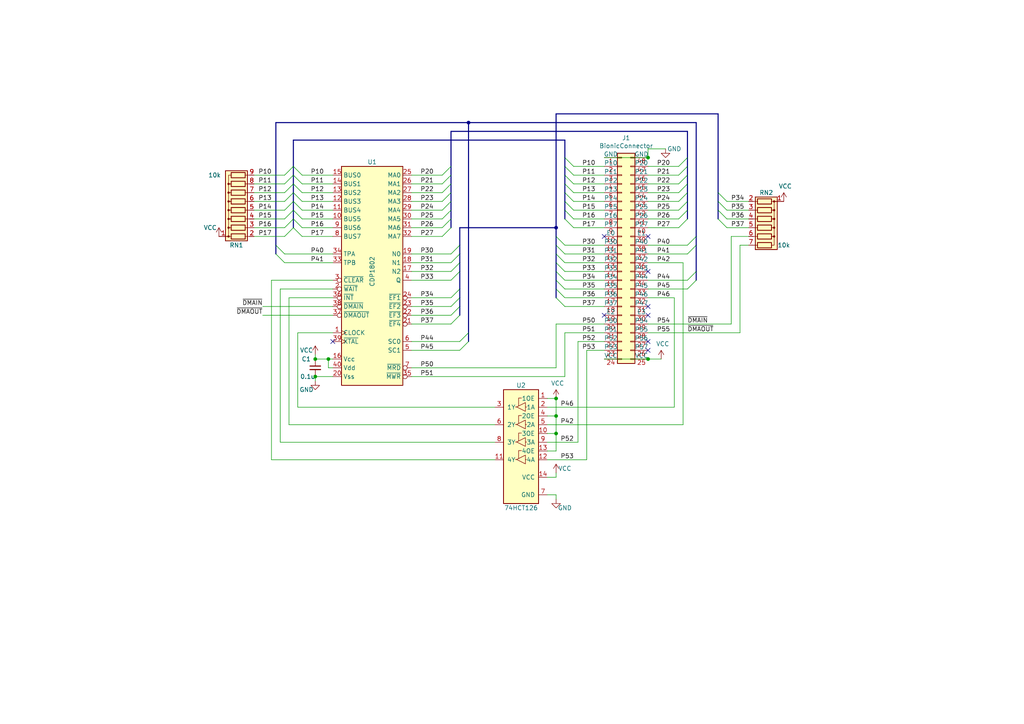
<source format=kicad_sch>
(kicad_sch (version 20211123) (generator eeschema)
  (paper "A4")
  (title_block (title "BionicCDP1802 Mezzanine") (date "2022-01-18") (rev "3") (company "Tadashi G. Takaoka"))
  (lib_symbols
    (symbol "0-LocalLibrary:74HCT126" (pin_names (offset 1.016))
      (property "Reference" "U" (at 0 16.51 0))
      (property "Value" "74HCT126" (at 0 -19.05 0))
      (symbol "74HCT126_0_1"
        (polyline (pts (xy -1.2954 10.2108) (xy -1.6002 10.2108)))
        (polyline (pts (xy 1.2954 10.2362) (xy 1.651 10.2362)))
        (polyline (pts (xy 0.7112 10.5664) (xy 0.7112 12.827) (xy -0.127 12.827) (xy -0.1016 12.827)))
      )
      (symbol "74HCT126_1_0"
        (polyline (pts (xy 1.27 10.2362) (xy -1.27 11.5062) (xy -1.27 8.9662) (xy 1.27 10.2362)) (stroke (width 0.1524)))
        (pin input line (at -7.62 12.7 0) (length 2.54) (name "1OE") (number "1"))
        (pin input line (at -7.62 2.54 0) (length 2.54) (name "3OE") (number "10"))
        (pin tri_state line (at 7.62 -5.08 180) (length 2.54) (name "4Y") (number "11"))
        (pin input line (at -7.62 -5.08 0) (length 2.54) (name "4A") (number "12"))
        (pin input line (at -7.62 -2.54 0) (length 2.54) (name "4OE") (number "13"))
        (pin power_in line (at -7.62 -10.16 0) (length 2.54) (name "VCC") (number "14"))
        (pin input line (at -7.62 10.16 0) (length 2.54) (name "1A") (number "2"))
        (pin tri_state line (at 7.62 10.16 180) (length 2.54) (name "1Y") (number "3"))
        (pin input line (at -7.62 7.62 0) (length 2.54) (name "2OE") (number "4"))
        (pin input line (at -7.62 5.08 0) (length 2.54) (name "2A") (number "5"))
        (pin tri_state line (at 7.62 5.08 180) (length 2.54) (name "2Y") (number "6"))
        (pin power_in line (at -7.62 -15.24 0) (length 2.54) (name "GND") (number "7"))
        (pin tri_state line (at 7.62 0 180) (length 2.54) (name "3Y") (number "8"))
        (pin input line (at -7.62 0 0) (length 2.54) (name "3A") (number "9"))
      )
      (symbol "74HCT126_1_1"
        (rectangle (start -5.08 15.24) (end 5.08 -17.78) (stroke (width 0.254)) (fill (type background)))
        (polyline (pts (xy -1.2954 -5.0292) (xy -1.6002 -5.0292)))
        (polyline (pts (xy -1.2954 0.0508) (xy -1.6002 0.0508)))
        (polyline (pts (xy -1.2954 5.1308) (xy -1.6002 5.1308)))
        (polyline (pts (xy 1.2954 -5.0038) (xy 1.651 -5.0038)))
        (polyline (pts (xy 1.2954 0.0762) (xy 1.651 0.0762)))
        (polyline (pts (xy 1.2954 5.1562) (xy 1.651 5.1562)))
        (polyline (pts (xy 0.7112 -4.6736) (xy 0.7112 -2.413) (xy -0.127 -2.413) (xy -0.1016 -2.413)))
        (polyline (pts (xy 0.7112 0.4064) (xy 0.7112 2.667) (xy -0.127 2.667) (xy -0.1016 2.667)))
        (polyline (pts (xy 0.7112 5.4864) (xy 0.7112 7.747) (xy -0.127 7.747) (xy -0.1016 7.747)))
        (polyline (pts (xy 1.27 -5.0038) (xy -1.27 -3.7338) (xy -1.27 -6.2738) (xy 1.27 -5.0038)) (stroke (width 0.1524)))
        (polyline (pts (xy 1.27 0.0762) (xy -1.27 1.3462) (xy -1.27 -1.1938) (xy 1.27 0.0762)) (stroke (width 0.1524)))
        (polyline (pts (xy 1.27 5.1562) (xy -1.27 6.4262) (xy -1.27 3.8862) (xy 1.27 5.1562)) (stroke (width 0.1524)))
      )
    )
    (symbol "0-LocalLibrary:BionicConnector" (pin_names (offset 0))
      (property "Reference" "J" (at 1.27 30.48 0))
      (property "Value" "BionicConnector" (at 3.81 33.02 0))
      (symbol "BionicConnector_1_1"
        (rectangle (start -1.27 -30.353) (end 0 -30.607) (stroke (width 0.1524)))
        (rectangle (start -1.27 -27.813) (end 0 -28.067) (stroke (width 0.1524)))
        (rectangle (start -1.27 -25.273) (end 0 -25.527) (stroke (width 0.1524)))
        (rectangle (start -1.27 -22.733) (end 0 -22.987) (stroke (width 0.1524)))
        (rectangle (start -1.27 -20.193) (end 0 -20.447) (stroke (width 0.1524)))
        (rectangle (start -1.27 -17.653) (end 0 -17.907) (stroke (width 0.1524)))
        (rectangle (start -1.27 -15.113) (end 0 -15.367) (stroke (width 0.1524)))
        (rectangle (start -1.27 -12.573) (end 0 -12.827) (stroke (width 0.1524)))
        (rectangle (start -1.27 -10.033) (end 0 -10.287) (stroke (width 0.1524)))
        (rectangle (start -1.27 -7.493) (end 0 -7.747) (stroke (width 0.1524)))
        (rectangle (start -1.27 -4.953) (end 0 -5.207) (stroke (width 0.1524)))
        (rectangle (start -1.27 -2.413) (end 0 -2.667) (stroke (width 0.1524)))
        (rectangle (start -1.27 0.127) (end 0 -0.127) (stroke (width 0.1524)))
        (rectangle (start -1.27 2.667) (end 0 2.413) (stroke (width 0.1524)))
        (rectangle (start -1.27 5.207) (end 0 4.953) (stroke (width 0.1524)))
        (rectangle (start -1.27 7.747) (end 0 7.493) (stroke (width 0.1524)))
        (rectangle (start -1.27 10.287) (end 0 10.033) (stroke (width 0.1524)))
        (rectangle (start -1.27 12.827) (end 0 12.573) (stroke (width 0.1524)))
        (rectangle (start -1.27 15.367) (end 0 15.113) (stroke (width 0.1524)))
        (rectangle (start -1.27 17.907) (end 0 17.653) (stroke (width 0.1524)))
        (rectangle (start -1.27 20.447) (end 0 20.193) (stroke (width 0.1524)))
        (rectangle (start -1.27 22.987) (end 0 22.733) (stroke (width 0.1524)))
        (rectangle (start -1.27 25.527) (end 0 25.273) (stroke (width 0.1524)))
        (rectangle (start -1.27 28.067) (end 0 27.813) (stroke (width 0.1524)))
        (rectangle (start -1.27 29.21) (end 3.81 -31.75) (stroke (width 0.254)) (fill (type background)))
        (rectangle (start 3.81 -30.353) (end 2.54 -30.607) (stroke (width 0.1524)))
        (rectangle (start 3.81 -27.813) (end 2.54 -28.067) (stroke (width 0.1524)))
        (rectangle (start 3.81 -25.273) (end 2.54 -25.527) (stroke (width 0.1524)))
        (rectangle (start 3.81 -22.733) (end 2.54 -22.987) (stroke (width 0.1524)))
        (rectangle (start 3.81 -20.193) (end 2.54 -20.447) (stroke (width 0.1524)))
        (rectangle (start 3.81 -17.653) (end 2.54 -17.907) (stroke (width 0.1524)))
        (rectangle (start 3.81 -15.113) (end 2.54 -15.367) (stroke (width 0.1524)))
        (rectangle (start 3.81 -12.573) (end 2.54 -12.827) (stroke (width 0.1524)))
        (rectangle (start 3.81 -10.033) (end 2.54 -10.287) (stroke (width 0.1524)))
        (rectangle (start 3.81 -7.493) (end 2.54 -7.747) (stroke (width 0.1524)))
        (rectangle (start 3.81 -4.953) (end 2.54 -5.207) (stroke (width 0.1524)))
        (rectangle (start 3.81 -2.413) (end 2.54 -2.667) (stroke (width 0.1524)))
        (rectangle (start 3.81 0.127) (end 2.54 -0.127) (stroke (width 0.1524)))
        (rectangle (start 3.81 2.667) (end 2.54 2.413) (stroke (width 0.1524)))
        (rectangle (start 3.81 5.207) (end 2.54 4.953) (stroke (width 0.1524)))
        (rectangle (start 3.81 7.747) (end 2.54 7.493) (stroke (width 0.1524)))
        (rectangle (start 3.81 10.287) (end 2.54 10.033) (stroke (width 0.1524)))
        (rectangle (start 3.81 12.827) (end 2.54 12.573) (stroke (width 0.1524)))
        (rectangle (start 3.81 15.367) (end 2.54 15.113) (stroke (width 0.1524)))
        (rectangle (start 3.81 17.907) (end 2.54 17.653) (stroke (width 0.1524)))
        (rectangle (start 3.81 20.447) (end 2.54 20.193) (stroke (width 0.1524)))
        (rectangle (start 3.81 22.987) (end 2.54 22.733) (stroke (width 0.1524)))
        (rectangle (start 3.81 25.527) (end 2.54 25.273) (stroke (width 0.1524)))
        (rectangle (start 3.81 28.067) (end 2.54 27.813) (stroke (width 0.1524)))
        (pin power_out line (at -5.08 27.94 0) (length 3.81) (name "GND") (number "1"))
        (pin bidirectional line (at -5.08 5.08 0) (length 3.81) (name "E0") (number "10"))
        (pin bidirectional line (at -5.08 2.54 0) (length 3.81) (name "P30") (number "11"))
        (pin bidirectional line (at -5.08 0 0) (length 3.81) (name "P31") (number "12"))
        (pin bidirectional line (at -5.08 -2.54 0) (length 3.81) (name "P32") (number "13"))
        (pin bidirectional line (at -5.08 -5.08 0) (length 3.81) (name "P33") (number "14"))
        (pin bidirectional line (at -5.08 -7.62 0) (length 3.81) (name "P34") (number "15"))
        (pin bidirectional line (at -5.08 -10.16 0) (length 3.81) (name "P35") (number "16"))
        (pin bidirectional line (at -5.08 -12.7 0) (length 3.81) (name "P36") (number "17"))
        (pin bidirectional line (at -5.08 -15.24 0) (length 3.81) (name "P37") (number "18"))
        (pin bidirectional line (at -5.08 -17.78 0) (length 3.81) (name "E2") (number "19"))
        (pin bidirectional line (at -5.08 25.4 0) (length 3.81) (name "P10") (number "2"))
        (pin bidirectional line (at -5.08 -20.32 0) (length 3.81) (name "P50") (number "20"))
        (pin bidirectional line (at -5.08 -22.86 0) (length 3.81) (name "P51") (number "21"))
        (pin bidirectional line (at -5.08 -25.4 0) (length 3.81) (name "P52") (number "22"))
        (pin bidirectional line (at -5.08 -27.94 0) (length 3.81) (name "P53") (number "23"))
        (pin power_out line (at -5.08 -30.48 0) (length 3.81) (name "VCC") (number "24"))
        (pin power_in line (at 7.62 -30.48 180) (length 3.81) (name "VCC") (number "25"))
        (pin bidirectional line (at 7.62 -27.94 180) (length 3.81) (name "P57") (number "26"))
        (pin bidirectional line (at 7.62 -25.4 180) (length 3.81) (name "P56") (number "27"))
        (pin bidirectional line (at 7.62 -22.86 180) (length 3.81) (name "P55") (number "28"))
        (pin bidirectional line (at 7.62 -20.32 180) (length 3.81) (name "P54") (number "29"))
        (pin bidirectional line (at -5.08 22.86 0) (length 3.81) (name "P11") (number "3"))
        (pin bidirectional line (at 7.62 -17.78 180) (length 3.81) (name "E3") (number "30"))
        (pin bidirectional line (at 7.62 -15.24 180) (length 3.81) (name "P47") (number "31"))
        (pin bidirectional line (at 7.62 -12.7 180) (length 3.81) (name "P46") (number "32"))
        (pin bidirectional line (at 7.62 -10.16 180) (length 3.81) (name "P45") (number "33"))
        (pin bidirectional line (at 7.62 -7.62 180) (length 3.81) (name "P44") (number "34"))
        (pin bidirectional line (at 7.62 -5.08 180) (length 3.81) (name "P43") (number "35"))
        (pin bidirectional line (at 7.62 -2.54 180) (length 3.81) (name "P42") (number "36"))
        (pin bidirectional line (at 7.62 0 180) (length 3.81) (name "P41") (number "37"))
        (pin bidirectional line (at 7.62 2.54 180) (length 3.81) (name "P40") (number "38"))
        (pin bidirectional line (at 7.62 5.08 180) (length 3.81) (name "E1") (number "39"))
        (pin bidirectional line (at -5.08 20.32 0) (length 3.81) (name "P12") (number "4"))
        (pin bidirectional line (at 7.62 7.62 180) (length 3.81) (name "P27") (number "40"))
        (pin bidirectional line (at 7.62 10.16 180) (length 3.81) (name "P26") (number "41"))
        (pin bidirectional line (at 7.62 12.7 180) (length 3.81) (name "P25") (number "42"))
        (pin bidirectional line (at 7.62 15.24 180) (length 3.81) (name "P24") (number "43"))
        (pin bidirectional line (at 7.62 17.78 180) (length 3.81) (name "P23") (number "44"))
        (pin bidirectional line (at 7.62 20.32 180) (length 3.81) (name "P22") (number "45"))
        (pin bidirectional line (at 7.62 22.86 180) (length 3.81) (name "P21") (number "46"))
        (pin bidirectional line (at 7.62 25.4 180) (length 3.81) (name "P20") (number "47"))
        (pin power_in line (at 7.62 27.94 180) (length 3.81) (name "GND") (number "48"))
        (pin bidirectional line (at -5.08 17.78 0) (length 3.81) (name "P13") (number "5"))
        (pin bidirectional line (at -5.08 15.24 0) (length 3.81) (name "P14") (number "6"))
        (pin bidirectional line (at -5.08 12.7 0) (length 3.81) (name "P15") (number "7"))
        (pin bidirectional line (at -5.08 10.16 0) (length 3.81) (name "P16") (number "8"))
        (pin bidirectional line (at -5.08 7.62 0) (length 3.81) (name "P17") (number "9"))
      )
    )
    (symbol "0-LocalLibrary:CDP1802"
      (property "Reference" "U" (at -1.27 31.75 0))
      (property "Value" "CDP1802" (at 0 -3.81 90))
      (symbol "CDP1802_0_0"
        (pin input clock (at -11.43 -17.78 0) (length 2.54) (name "CLOCK") (number "1"))
        (pin input inverted (at -11.43 -2.54 0) (length 2.54) (name "~{CLEAR}") (number "3"))
        (pin output inverted (at 11.43 -30.48 180) (length 2.54) (name "~{MWR}") (number "35"))
      )
      (symbol "CDP1802_0_1"
        (rectangle (start -8.89 -33.02) (end 8.89 30.48) (stroke (width 0.254)) (fill (type background)))
      )
      (symbol "CDP1802_1_1"
        (pin bidirectional line (at -11.43 15.24 0) (length 2.54) (name "BUS5") (number "10"))
        (pin bidirectional line (at -11.43 17.78 0) (length 2.54) (name "BUS4") (number "11"))
        (pin bidirectional line (at -11.43 20.32 0) (length 2.54) (name "BUS3") (number "12"))
        (pin bidirectional line (at -11.43 22.86 0) (length 2.54) (name "BUS2") (number "13"))
        (pin bidirectional line (at -11.43 25.4 0) (length 2.54) (name "BUS1") (number "14"))
        (pin bidirectional line (at -11.43 27.94 0) (length 2.54) (name "BUS0") (number "15"))
        (pin power_in line (at -11.43 -25.4 0) (length 2.54) (name "Vcc") (number "16"))
        (pin output line (at 11.43 0 180) (length 2.54) (name "N2") (number "17"))
        (pin output line (at 11.43 2.54 180) (length 2.54) (name "N1") (number "18"))
        (pin output line (at 11.43 5.08 180) (length 2.54) (name "N0") (number "19"))
        (pin input inverted (at -11.43 -5.08 0) (length 2.54) (name "~{WAIT}") (number "2"))
        (pin power_in line (at -11.43 -30.48 0) (length 2.54) (name "Vss") (number "20"))
        (pin input inverted (at 11.43 -15.24 180) (length 2.54) (name "~{EF4}") (number "21"))
        (pin input inverted (at 11.43 -12.7 180) (length 2.54) (name "~{EF3}") (number "22"))
        (pin input inverted (at 11.43 -10.16 180) (length 2.54) (name "~{EF2}") (number "23"))
        (pin input inverted (at 11.43 -7.62 180) (length 2.54) (name "~{EF1}") (number "24"))
        (pin output line (at 11.43 27.94 180) (length 2.54) (name "MA0") (number "25"))
        (pin output line (at 11.43 25.4 180) (length 2.54) (name "MA1") (number "26"))
        (pin output line (at 11.43 22.86 180) (length 2.54) (name "MA2") (number "27"))
        (pin output line (at 11.43 20.32 180) (length 2.54) (name "MA3") (number "28"))
        (pin output line (at 11.43 17.78 180) (length 2.54) (name "MA4") (number "29"))
        (pin output line (at 11.43 15.24 180) (length 2.54) (name "MA5") (number "30"))
        (pin output line (at 11.43 12.7 180) (length 2.54) (name "MA6") (number "31"))
        (pin output line (at 11.43 10.16 180) (length 2.54) (name "MA7") (number "32"))
        (pin output line (at -11.43 2.54 0) (length 2.54) (name "TPB") (number "33"))
        (pin output line (at -11.43 5.08 0) (length 2.54) (name "TPA") (number "34"))
        (pin input inverted (at -11.43 -7.62 0) (length 2.54) (name "~{INT}") (number "36"))
        (pin input inverted (at -11.43 -12.7 0) (length 2.54) (name "~{DMAOUT}") (number "37"))
        (pin input inverted (at -11.43 -10.16 0) (length 2.54) (name "~{DMAIN}") (number "38"))
        (pin output clock (at -11.43 -20.32 0) (length 2.54) (name "~{XTAL}") (number "39"))
        (pin output line (at 11.43 -2.54 180) (length 2.54) (name "Q") (number "4"))
        (pin power_in line (at -11.43 -27.94 0) (length 2.54) (name "Vdd") (number "40"))
        (pin output line (at 11.43 -22.86 180) (length 2.54) (name "SC1") (number "5"))
        (pin output line (at 11.43 -20.32 180) (length 2.54) (name "SC0") (number "6"))
        (pin output inverted (at 11.43 -27.94 180) (length 2.54) (name "~{MRD}") (number "7"))
        (pin bidirectional line (at -11.43 10.16 0) (length 2.54) (name "BUS7") (number "8"))
        (pin bidirectional line (at -11.43 12.7 0) (length 2.54) (name "BUS6") (number "9"))
      )
    )
    (symbol "Device:C_Small" (pin_numbers hide) (pin_names (offset 0.254) hide)
      (property "Reference" "C" (at 0.254 1.778 0))
      (property "Value" "C_Small" (at 0.254 -2.032 0))
      (symbol "C_Small_0_1"
        (polyline (pts (xy -1.524 -0.508) (xy 1.524 -0.508)) (stroke (width 0.3302)))
        (polyline (pts (xy -1.524 0.508) (xy 1.524 0.508)) (stroke (width 0.3048)))
      )
      (symbol "C_Small_1_1"
        (pin passive line (at 0 2.54 270) (length 2.032) (name "~") (number "1"))
        (pin passive line (at 0 -2.54 90) (length 2.032) (name "~") (number "2"))
      )
    )
    (symbol "Device:R_Network06" (pin_names (offset 0) hide)
      (property "Reference" "RN" (at -10.16 0 90))
      (property "Value" "R_Network06" (at 7.62 0 90))
      (symbol "R_Network06_0_1"
        (rectangle (start -8.89 -3.175) (end 6.35 3.175) (stroke (width 0.254)) (fill (type background)))
        (rectangle (start -8.382 1.524) (end -6.858 -2.54) (stroke (width 0.254)))
        (circle (center -7.62 2.286) (radius 0.254) (fill (type outline)))
        (rectangle (start -5.842 1.524) (end -4.318 -2.54) (stroke (width 0.254)))
        (circle (center -5.08 2.286) (radius 0.254) (fill (type outline)))
        (rectangle (start -3.302 1.524) (end -1.778 -2.54) (stroke (width 0.254)))
        (circle (center -2.54 2.286) (radius 0.254) (fill (type outline)))
        (rectangle (start -0.762 1.524) (end 0.762 -2.54) (stroke (width 0.254)))
        (polyline (pts (xy -7.62 -2.54) (xy -7.62 -3.81)))
        (polyline (pts (xy -5.08 -2.54) (xy -5.08 -3.81)))
        (polyline (pts (xy -2.54 -2.54) (xy -2.54 -3.81)))
        (polyline (pts (xy 0 -2.54) (xy 0 -3.81)))
        (polyline (pts (xy 2.54 -2.54) (xy 2.54 -3.81)))
        (polyline (pts (xy 5.08 -2.54) (xy 5.08 -3.81)))
        (polyline (pts (xy -7.62 1.524) (xy -7.62 2.286) (xy -5.08 2.286) (xy -5.08 1.524)))
        (polyline (pts (xy -5.08 1.524) (xy -5.08 2.286) (xy -2.54 2.286) (xy -2.54 1.524)))
        (polyline (pts (xy -2.54 1.524) (xy -2.54 2.286) (xy 0 2.286) (xy 0 1.524)))
        (polyline (pts (xy 0 1.524) (xy 0 2.286) (xy 2.54 2.286) (xy 2.54 1.524)))
        (polyline (pts (xy 2.54 1.524) (xy 2.54 2.286) (xy 5.08 2.286) (xy 5.08 1.524)))
        (circle (center 0 2.286) (radius 0.254) (fill (type outline)))
        (rectangle (start 1.778 1.524) (end 3.302 -2.54) (stroke (width 0.254)))
        (circle (center 2.54 2.286) (radius 0.254) (fill (type outline)))
        (rectangle (start 4.318 1.524) (end 5.842 -2.54) (stroke (width 0.254)))
      )
      (symbol "R_Network06_1_1"
        (pin passive line (at -7.62 5.08 270) (length 2.54) (name "common") (number "1"))
        (pin passive line (at -7.62 -5.08 90) (length 1.27) (name "R1") (number "2"))
        (pin passive line (at -5.08 -5.08 90) (length 1.27) (name "R2") (number "3"))
        (pin passive line (at -2.54 -5.08 90) (length 1.27) (name "R3") (number "4"))
        (pin passive line (at 0 -5.08 90) (length 1.27) (name "R4") (number "5"))
        (pin passive line (at 2.54 -5.08 90) (length 1.27) (name "R5") (number "6"))
        (pin passive line (at 5.08 -5.08 90) (length 1.27) (name "R6") (number "7"))
      )
    )
    (symbol "Device:R_Network08" (pin_names (offset 0) hide)
      (property "Reference" "RN" (at -12.7 0 90))
      (property "Value" "R_Network08" (at 10.16 0 90))
      (symbol "R_Network08_0_1"
        (rectangle (start -11.43 -3.175) (end 8.89 3.175) (stroke (width 0.254)) (fill (type background)))
        (rectangle (start -10.922 1.524) (end -9.398 -2.54) (stroke (width 0.254)))
        (circle (center -10.16 2.286) (radius 0.254) (fill (type outline)))
        (rectangle (start -8.382 1.524) (end -6.858 -2.54) (stroke (width 0.254)))
        (circle (center -7.62 2.286) (radius 0.254) (fill (type outline)))
        (rectangle (start -5.842 1.524) (end -4.318 -2.54) (stroke (width 0.254)))
        (circle (center -5.08 2.286) (radius 0.254) (fill (type outline)))
        (rectangle (start -3.302 1.524) (end -1.778 -2.54) (stroke (width 0.254)))
        (circle (center -2.54 2.286) (radius 0.254) (fill (type outline)))
        (rectangle (start -0.762 1.524) (end 0.762 -2.54) (stroke (width 0.254)))
        (polyline (pts (xy -10.16 -2.54) (xy -10.16 -3.81)))
        (polyline (pts (xy -7.62 -2.54) (xy -7.62 -3.81)))
        (polyline (pts (xy -5.08 -2.54) (xy -5.08 -3.81)))
        (polyline (pts (xy -2.54 -2.54) (xy -2.54 -3.81)))
        (polyline (pts (xy 0 -2.54) (xy 0 -3.81)))
        (polyline (pts (xy 2.54 -2.54) (xy 2.54 -3.81)))
        (polyline (pts (xy 5.08 -2.54) (xy 5.08 -3.81)))
        (polyline (pts (xy 7.62 -2.54) (xy 7.62 -3.81)))
        (polyline (pts (xy -10.16 1.524) (xy -10.16 2.286) (xy -7.62 2.286) (xy -7.62 1.524)))
        (polyline (pts (xy -7.62 1.524) (xy -7.62 2.286) (xy -5.08 2.286) (xy -5.08 1.524)))
        (polyline (pts (xy -5.08 1.524) (xy -5.08 2.286) (xy -2.54 2.286) (xy -2.54 1.524)))
        (polyline (pts (xy -2.54 1.524) (xy -2.54 2.286) (xy 0 2.286) (xy 0 1.524)))
        (polyline (pts (xy 0 1.524) (xy 0 2.286) (xy 2.54 2.286) (xy 2.54 1.524)))
        (polyline (pts (xy 2.54 1.524) (xy 2.54 2.286) (xy 5.08 2.286) (xy 5.08 1.524)))
        (polyline (pts (xy 5.08 1.524) (xy 5.08 2.286) (xy 7.62 2.286) (xy 7.62 1.524)))
        (circle (center 0 2.286) (radius 0.254) (fill (type outline)))
        (rectangle (start 1.778 1.524) (end 3.302 -2.54) (stroke (width 0.254)))
        (circle (center 2.54 2.286) (radius 0.254) (fill (type outline)))
        (rectangle (start 4.318 1.524) (end 5.842 -2.54) (stroke (width 0.254)))
        (circle (center 5.08 2.286) (radius 0.254) (fill (type outline)))
        (rectangle (start 6.858 1.524) (end 8.382 -2.54) (stroke (width 0.254)))
      )
      (symbol "R_Network08_1_1"
        (pin passive line (at -10.16 5.08 270) (length 2.54) (name "common") (number "1"))
        (pin passive line (at -10.16 -5.08 90) (length 1.27) (name "R1") (number "2"))
        (pin passive line (at -7.62 -5.08 90) (length 1.27) (name "R2") (number "3"))
        (pin passive line (at -5.08 -5.08 90) (length 1.27) (name "R3") (number "4"))
        (pin passive line (at -2.54 -5.08 90) (length 1.27) (name "R4") (number "5"))
        (pin passive line (at 0 -5.08 90) (length 1.27) (name "R5") (number "6"))
        (pin passive line (at 2.54 -5.08 90) (length 1.27) (name "R6") (number "7"))
        (pin passive line (at 5.08 -5.08 90) (length 1.27) (name "R7") (number "8"))
        (pin passive line (at 7.62 -5.08 90) (length 1.27) (name "R8") (number "9"))
      )
    )
    (symbol "power:GND" (power) (pin_names (offset 0))
      (property "Value" "GND" (at 0 -3.81 0))
      (symbol "GND_0_1"
        (polyline (pts (xy 0 0) (xy 0 -1.27) (xy 1.27 -1.27) (xy 0 -2.54) (xy -1.27 -1.27) (xy 0 -1.27)))
      )
      (symbol "GND_1_1"
        (pin power_in line (at 0 0 270) (length 0) hide (name "GND") (number "1"))
      )
    )
    (symbol "power:VCC" (power) (pin_names (offset 0))
      (property "Value" "VCC" (at 0 3.81 0))
      (symbol "VCC_0_1"
        (polyline (pts (xy -0.762 1.27) (xy 0 2.54)))
        (polyline (pts (xy 0 0) (xy 0 2.54)))
        (polyline (pts (xy 0 2.54) (xy 0.762 1.27)))
      )
      (symbol "VCC_1_1"
        (pin power_in line (at 0 0 90) (length 0) hide (name "VCC") (number "1"))
      )
    )
  )
  (junction (at 187.96 45.72))
  (junction (at 135.89 35.56))
  (junction (at 161.29 66.04))
  (junction (at 161.29 125.73))
  (junction (at 161.29 115.57))
  (junction (at 187.96 104.14))
  (junction (at 95.25 104.14))
  (junction (at 91.44 109.22))
  (junction (at 91.44 104.14))
  (junction (at 161.29 120.65))
  (no_connect (at 187.96 99.06))
  (no_connect (at 187.96 88.9))
  (no_connect (at 187.96 68.58))
  (no_connect (at 187.96 78.74))
  (no_connect (at 187.96 101.6))
  (no_connect (at 187.96 91.44))
  (no_connect (at 175.26 68.58))
  (no_connect (at 175.26 91.44))
  (no_connect (at 96.52 99.06))
  (bus_entry (at 166.37 66.04) (size -2.54 -2.54))
  (bus_entry (at 85.09 66.04) (size -2.54 2.54))
  (bus_entry (at 130.81 55.88) (size -2.54 2.54))
  (bus_entry (at 161.29 81.28) (size 2.54 2.54))
  (bus_entry (at 80.01 71.12) (size 2.54 2.54))
  (bus_entry (at 163.83 71.12) (size -2.54 -2.54))
  (bus_entry (at 208.28 60.96) (size 2.54 2.54))
  (bus_entry (at 130.81 66.04) (size -2.54 2.54))
  (bus_entry (at 87.63 63.5) (size -2.54 -2.54))
  (bus_entry (at 87.63 58.42) (size -2.54 -2.54))
  (bus_entry (at 130.81 60.96) (size -2.54 2.54))
  (bus_entry (at 130.81 48.26) (size -2.54 2.54))
  (bus_entry (at 161.29 78.74) (size 2.54 2.54))
  (bus_entry (at 135.89 99.06) (size -2.54 2.54))
  (bus_entry (at 201.93 68.58) (size -2.54 2.54))
  (bus_entry (at 161.29 83.82) (size 2.54 2.54))
  (bus_entry (at 208.28 63.5) (size 2.54 2.54))
  (bus_entry (at 130.81 76.2) (size 2.54 -2.54))
  (bus_entry (at 135.89 96.52) (size -2.54 2.54))
  (bus_entry (at 85.09 58.42) (size -2.54 2.54))
  (bus_entry (at 199.39 48.26) (size -2.54 2.54))
  (bus_entry (at 85.09 48.26) (size -2.54 2.54))
  (bus_entry (at 87.63 53.34) (size -2.54 -2.54))
  (bus_entry (at 85.09 63.5) (size -2.54 2.54))
  (bus_entry (at 199.39 60.96) (size -2.54 2.54))
  (bus_entry (at 161.29 76.2) (size 2.54 2.54))
  (bus_entry (at 208.28 55.88) (size 2.54 2.54))
  (bus_entry (at 166.37 48.26) (size -2.54 -2.54))
  (bus_entry (at 166.37 50.8) (size -2.54 -2.54))
  (bus_entry (at 130.81 86.36) (size 2.54 -2.54))
  (bus_entry (at 161.29 71.12) (size 2.54 2.54))
  (bus_entry (at 85.09 60.96) (size -2.54 2.54))
  (bus_entry (at 80.01 73.66) (size 2.54 2.54))
  (bus_entry (at 130.81 53.34) (size -2.54 2.54))
  (bus_entry (at 201.93 78.74) (size -2.54 2.54))
  (bus_entry (at 166.37 55.88) (size -2.54 -2.54))
  (bus_entry (at 85.09 55.88) (size -2.54 2.54))
  (bus_entry (at 130.81 88.9) (size 2.54 -2.54))
  (bus_entry (at 85.09 53.34) (size -2.54 2.54))
  (bus_entry (at 87.63 66.04) (size -2.54 -2.54))
  (bus_entry (at 199.39 58.42) (size -2.54 2.54))
  (bus_entry (at 130.81 58.42) (size -2.54 2.54))
  (bus_entry (at 199.39 63.5) (size -2.54 2.54))
  (bus_entry (at 87.63 60.96) (size -2.54 -2.54))
  (bus_entry (at 208.28 58.42) (size 2.54 2.54))
  (bus_entry (at 199.39 55.88) (size -2.54 2.54))
  (bus_entry (at 199.39 45.72) (size -2.54 2.54))
  (bus_entry (at 87.63 50.8) (size -2.54 -2.54))
  (bus_entry (at 130.81 63.5) (size -2.54 2.54))
  (bus_entry (at 166.37 58.42) (size -2.54 -2.54))
  (bus_entry (at 85.09 50.8) (size -2.54 2.54))
  (bus_entry (at 199.39 53.34) (size -2.54 2.54))
  (bus_entry (at 201.93 81.28) (size -2.54 2.54))
  (bus_entry (at 201.93 71.12) (size -2.54 2.54))
  (bus_entry (at 133.35 78.74) (size -2.54 2.54))
  (bus_entry (at 161.29 86.36) (size 2.54 2.54))
  (bus_entry (at 130.81 78.74) (size 2.54 -2.54))
  (bus_entry (at 166.37 53.34) (size -2.54 -2.54))
  (bus_entry (at 161.29 73.66) (size 2.54 2.54))
  (bus_entry (at 130.81 73.66) (size 2.54 -2.54))
  (bus_entry (at 87.63 55.88) (size -2.54 -2.54))
  (bus_entry (at 130.81 50.8) (size -2.54 2.54))
  (bus_entry (at 166.37 60.96) (size -2.54 -2.54))
  (bus_entry (at 199.39 50.8) (size -2.54 2.54))
  (bus_entry (at 166.37 63.5) (size -2.54 -2.54))
  (bus_entry (at 133.35 91.44) (size -2.54 2.54))
  (bus_entry (at 133.35 88.9) (size -2.54 2.54))
  (bus_entry (at 87.63 68.58) (size -2.54 -2.54))
  (bus (pts (xy 130.81 60.96) (xy 130.81 63.5)))
  (bus (pts (xy 161.29 73.66) (xy 161.29 76.2)))
  (wire (pts (xy 119.38 93.98) (xy 130.81 93.98)))
  (bus (pts (xy 163.83 45.72) (xy 163.83 48.26)))
  (wire (pts (xy 163.83 88.9) (xy 175.26 88.9)))
  (wire (pts (xy 187.96 43.18) (xy 193.04 43.18)))
  (wire (pts (xy 96.52 66.04) (xy 87.63 66.04)))
  (wire (pts (xy 96.52 55.88) (xy 87.63 55.88)))
  (wire (pts (xy 187.96 53.34) (xy 196.85 53.34)))
  (wire (pts (xy 73.66 50.8) (xy 82.55 50.8)))
  (wire (pts (xy 187.96 83.82) (xy 199.39 83.82)))
  (wire (pts (xy 119.38 78.74) (xy 130.81 78.74)))
  (wire (pts (xy 175.26 63.5) (xy 166.37 63.5)))
  (wire (pts (xy 95.25 104.14) (xy 95.25 106.68)))
  (bus (pts (xy 161.29 81.28) (xy 161.29 83.82)))
  (wire (pts (xy 95.25 106.68) (xy 96.52 106.68)))
  (wire (pts (xy 96.52 68.58) (xy 87.63 68.58)))
  (wire (pts (xy 161.29 130.81) (xy 161.29 125.73)))
  (bus (pts (xy 208.28 58.42) (xy 208.28 60.96)))
  (wire (pts (xy 158.75 115.57) (xy 161.29 115.57)))
  (wire (pts (xy 96.52 81.28) (xy 78.74 81.28)))
  (wire (pts (xy 187.96 96.52) (xy 214.63 96.52)))
  (bus (pts (xy 133.35 78.74) (xy 133.35 83.82)))
  (wire (pts (xy 119.38 58.42) (xy 128.27 58.42)))
  (bus (pts (xy 199.39 58.42) (xy 199.39 60.96)))
  (wire (pts (xy 161.29 115.57) (xy 161.29 120.65)))
  (wire (pts (xy 96.52 88.9) (xy 76.2 88.9)))
  (wire (pts (xy 130.81 91.44) (xy 119.38 91.44)))
  (wire (pts (xy 96.52 53.34) (xy 87.63 53.34)))
  (wire (pts (xy 119.38 76.2) (xy 130.81 76.2)))
  (bus (pts (xy 201.93 35.56) (xy 201.93 68.58)))
  (bus (pts (xy 133.35 83.82) (xy 133.35 86.36)))
  (wire (pts (xy 86.36 118.11) (xy 86.36 96.52)))
  (bus (pts (xy 161.29 71.12) (xy 161.29 73.66)))
  (wire (pts (xy 175.26 60.96) (xy 166.37 60.96)))
  (wire (pts (xy 73.66 63.5) (xy 82.55 63.5)))
  (wire (pts (xy 81.28 83.82) (xy 81.28 128.27)))
  (wire (pts (xy 73.66 53.34) (xy 82.55 53.34)))
  (wire (pts (xy 198.12 76.2) (xy 198.12 123.19)))
  (wire (pts (xy 195.58 118.11) (xy 158.75 118.11)))
  (bus (pts (xy 208.28 33.02) (xy 208.28 55.88)))
  (wire (pts (xy 187.96 50.8) (xy 196.85 50.8)))
  (wire (pts (xy 175.26 73.66) (xy 163.83 73.66)))
  (wire (pts (xy 187.96 93.98) (xy 212.09 93.98)))
  (bus (pts (xy 201.93 68.58) (xy 201.93 71.12)))
  (wire (pts (xy 175.26 53.34) (xy 166.37 53.34)))
  (wire (pts (xy 175.26 83.82) (xy 163.83 83.82)))
  (bus (pts (xy 208.28 55.88) (xy 208.28 58.42)))
  (bus (pts (xy 163.83 48.26) (xy 163.83 50.8)))
  (wire (pts (xy 95.25 104.14) (xy 96.52 104.14)))
  (bus (pts (xy 199.39 50.8) (xy 199.39 53.34)))
  (wire (pts (xy 187.96 43.18) (xy 187.96 45.72)))
  (bus (pts (xy 199.39 53.34) (xy 199.39 55.88)))
  (bus (pts (xy 130.81 53.34) (xy 130.81 55.88)))
  (wire (pts (xy 187.96 86.36) (xy 195.58 86.36)))
  (wire (pts (xy 73.66 60.96) (xy 82.55 60.96)))
  (wire (pts (xy 212.09 68.58) (xy 212.09 93.98)))
  (wire (pts (xy 210.82 58.42) (xy 217.17 58.42)))
  (bus (pts (xy 163.83 55.88) (xy 163.83 58.42)))
  (wire (pts (xy 175.26 78.74) (xy 163.83 78.74)))
  (wire (pts (xy 119.38 63.5) (xy 128.27 63.5)))
  (wire (pts (xy 158.75 143.51) (xy 161.29 143.51)))
  (bus (pts (xy 80.01 35.56) (xy 80.01 71.12)))
  (wire (pts (xy 198.12 123.19) (xy 158.75 123.19)))
  (wire (pts (xy 96.52 86.36) (xy 83.82 86.36)))
  (wire (pts (xy 119.38 81.28) (xy 130.81 81.28)))
  (bus (pts (xy 80.01 35.56) (xy 135.89 35.56)))
  (bus (pts (xy 133.35 66.04) (xy 161.29 66.04)))
  (wire (pts (xy 86.36 96.52) (xy 96.52 96.52)))
  (wire (pts (xy 161.29 144.78) (xy 161.29 143.51)))
  (wire (pts (xy 161.29 120.65) (xy 161.29 125.73)))
  (wire (pts (xy 78.74 133.35) (xy 143.51 133.35)))
  (wire (pts (xy 119.38 88.9) (xy 130.81 88.9)))
  (bus (pts (xy 201.93 71.12) (xy 201.93 78.74)))
  (wire (pts (xy 175.26 66.04) (xy 166.37 66.04)))
  (bus (pts (xy 133.35 71.12) (xy 133.35 73.66)))
  (wire (pts (xy 175.26 55.88) (xy 166.37 55.88)))
  (bus (pts (xy 163.83 50.8) (xy 163.83 53.34)))
  (wire (pts (xy 167.64 99.06) (xy 167.64 128.27)))
  (wire (pts (xy 82.55 73.66) (xy 96.52 73.66)))
  (bus (pts (xy 199.39 60.96) (xy 199.39 63.5)))
  (bus (pts (xy 161.29 83.82) (xy 161.29 86.36)))
  (bus (pts (xy 161.29 33.02) (xy 208.28 33.02)))
  (wire (pts (xy 175.26 99.06) (xy 167.64 99.06)))
  (wire (pts (xy 119.38 60.96) (xy 128.27 60.96)))
  (wire (pts (xy 119.38 55.88) (xy 128.27 55.88)))
  (bus (pts (xy 85.09 40.64) (xy 85.09 48.26)))
  (wire (pts (xy 73.66 55.88) (xy 82.55 55.88)))
  (wire (pts (xy 76.2 91.44) (xy 96.52 91.44)))
  (wire (pts (xy 187.96 55.88) (xy 196.85 55.88)))
  (wire (pts (xy 187.96 71.12) (xy 199.39 71.12)))
  (wire (pts (xy 143.51 118.11) (xy 86.36 118.11)))
  (bus (pts (xy 130.81 38.1) (xy 199.39 38.1)))
  (bus (pts (xy 85.09 50.8) (xy 85.09 53.34)))
  (bus (pts (xy 85.09 63.5) (xy 85.09 66.04)))
  (bus (pts (xy 130.81 58.42) (xy 130.81 60.96)))
  (wire (pts (xy 163.83 96.52) (xy 175.26 96.52)))
  (wire (pts (xy 187.96 73.66) (xy 199.39 73.66)))
  (bus (pts (xy 161.29 68.58) (xy 161.29 71.12)))
  (bus (pts (xy 85.09 48.26) (xy 85.09 50.8)))
  (wire (pts (xy 73.66 58.42) (xy 82.55 58.42)))
  (wire (pts (xy 119.38 73.66) (xy 130.81 73.66)))
  (wire (pts (xy 187.96 60.96) (xy 196.85 60.96)))
  (wire (pts (xy 119.38 66.04) (xy 128.27 66.04)))
  (wire (pts (xy 161.29 138.43) (xy 161.29 137.16)))
  (wire (pts (xy 187.96 104.14) (xy 191.77 104.14)))
  (bus (pts (xy 199.39 48.26) (xy 199.39 50.8)))
  (bus (pts (xy 135.89 35.56) (xy 135.89 96.52)))
  (wire (pts (xy 91.44 104.14) (xy 91.44 102.87)))
  (wire (pts (xy 96.52 60.96) (xy 87.63 60.96)))
  (wire (pts (xy 210.82 63.5) (xy 217.17 63.5)))
  (wire (pts (xy 158.75 133.35) (xy 170.18 133.35)))
  (bus (pts (xy 133.35 73.66) (xy 133.35 76.2)))
  (wire (pts (xy 175.26 45.72) (xy 187.96 45.72)))
  (wire (pts (xy 119.38 99.06) (xy 133.35 99.06)))
  (wire (pts (xy 175.26 71.12) (xy 163.83 71.12)))
  (bus (pts (xy 85.09 53.34) (xy 85.09 55.88)))
  (wire (pts (xy 187.96 66.04) (xy 196.85 66.04)))
  (wire (pts (xy 161.29 93.98) (xy 175.26 93.98)))
  (wire (pts (xy 119.38 86.36) (xy 130.81 86.36)))
  (bus (pts (xy 133.35 66.04) (xy 133.35 71.12)))
  (wire (pts (xy 214.63 96.52) (xy 214.63 71.12)))
  (wire (pts (xy 175.26 48.26) (xy 166.37 48.26)))
  (wire (pts (xy 96.52 58.42) (xy 87.63 58.42)))
  (bus (pts (xy 133.35 88.9) (xy 133.35 91.44)))
  (bus (pts (xy 80.01 71.12) (xy 80.01 73.66)))
  (bus (pts (xy 130.81 48.26) (xy 130.81 50.8)))
  (bus (pts (xy 85.09 55.88) (xy 85.09 58.42)))
  (bus (pts (xy 135.89 96.52) (xy 135.89 99.06)))
  (wire (pts (xy 119.38 68.58) (xy 128.27 68.58)))
  (bus (pts (xy 199.39 38.1) (xy 199.39 45.72)))
  (wire (pts (xy 163.83 109.22) (xy 163.83 96.52)))
  (wire (pts (xy 73.66 66.04) (xy 82.55 66.04)))
  (wire (pts (xy 195.58 118.11) (xy 195.58 86.36)))
  (wire (pts (xy 96.52 63.5) (xy 87.63 63.5)))
  (wire (pts (xy 158.75 130.81) (xy 161.29 130.81)))
  (wire (pts (xy 81.28 128.27) (xy 143.51 128.27)))
  (bus (pts (xy 130.81 50.8) (xy 130.81 53.34)))
  (wire (pts (xy 175.26 81.28) (xy 163.83 81.28)))
  (wire (pts (xy 82.55 76.2) (xy 96.52 76.2)))
  (bus (pts (xy 199.39 55.88) (xy 199.39 58.42)))
  (bus (pts (xy 85.09 40.64) (xy 163.83 40.64)))
  (wire (pts (xy 210.82 60.96) (xy 217.17 60.96)))
  (wire (pts (xy 187.96 81.28) (xy 199.39 81.28)))
  (bus (pts (xy 199.39 45.72) (xy 199.39 48.26)))
  (wire (pts (xy 187.96 48.26) (xy 196.85 48.26)))
  (wire (pts (xy 187.96 58.42) (xy 196.85 58.42)))
  (bus (pts (xy 85.09 58.42) (xy 85.09 60.96)))
  (wire (pts (xy 214.63 71.12) (xy 217.17 71.12)))
  (wire (pts (xy 73.66 68.58) (xy 82.55 68.58)))
  (bus (pts (xy 161.29 78.74) (xy 161.29 81.28)))
  (wire (pts (xy 119.38 109.22) (xy 163.83 109.22)))
  (wire (pts (xy 175.26 104.14) (xy 187.96 104.14)))
  (wire (pts (xy 78.74 81.28) (xy 78.74 133.35)))
  (wire (pts (xy 119.38 106.68) (xy 161.29 106.68)))
  (wire (pts (xy 83.82 123.19) (xy 143.51 123.19)))
  (bus (pts (xy 163.83 58.42) (xy 163.83 60.96)))
  (bus (pts (xy 133.35 86.36) (xy 133.35 88.9)))
  (bus (pts (xy 161.29 76.2) (xy 161.29 78.74)))
  (bus (pts (xy 208.28 60.96) (xy 208.28 63.5)))
  (wire (pts (xy 175.26 76.2) (xy 163.83 76.2)))
  (bus (pts (xy 135.89 35.56) (xy 201.93 35.56)))
  (wire (pts (xy 161.29 120.65) (xy 158.75 120.65)))
  (wire (pts (xy 170.18 101.6) (xy 175.26 101.6)))
  (wire (pts (xy 217.17 68.58) (xy 212.09 68.58)))
  (wire (pts (xy 175.26 50.8) (xy 166.37 50.8)))
  (wire (pts (xy 187.96 76.2) (xy 198.12 76.2)))
  (bus (pts (xy 163.83 60.96) (xy 163.83 63.5)))
  (bus (pts (xy 163.83 40.64) (xy 163.83 45.72)))
  (wire (pts (xy 210.82 66.04) (xy 217.17 66.04)))
  (wire (pts (xy 91.44 109.22) (xy 96.52 109.22)))
  (wire (pts (xy 96.52 83.82) (xy 81.28 83.82)))
  (wire (pts (xy 161.29 138.43) (xy 158.75 138.43)))
  (wire (pts (xy 163.83 86.36) (xy 175.26 86.36)))
  (bus (pts (xy 133.35 76.2) (xy 133.35 78.74)))
  (bus (pts (xy 130.81 55.88) (xy 130.81 58.42)))
  (bus (pts (xy 85.09 60.96) (xy 85.09 63.5)))
  (wire (pts (xy 187.96 63.5) (xy 196.85 63.5)))
  (wire (pts (xy 119.38 53.34) (xy 128.27 53.34)))
  (bus (pts (xy 163.83 53.34) (xy 163.83 55.88)))
  (wire (pts (xy 167.64 128.27) (xy 158.75 128.27)))
  (wire (pts (xy 96.52 50.8) (xy 87.63 50.8)))
  (wire (pts (xy 161.29 106.68) (xy 161.29 93.98)))
  (bus (pts (xy 161.29 66.04) (xy 161.29 68.58)))
  (wire (pts (xy 119.38 101.6) (xy 133.35 101.6)))
  (wire (pts (xy 161.29 125.73) (xy 158.75 125.73)))
  (bus (pts (xy 161.29 66.04) (xy 161.29 33.02)))
  (wire (pts (xy 119.38 50.8) (xy 128.27 50.8)))
  (wire (pts (xy 175.26 58.42) (xy 166.37 58.42)))
  (bus (pts (xy 201.93 78.74) (xy 201.93 81.28)))
  (bus (pts (xy 130.81 63.5) (xy 130.81 66.04)))
  (wire (pts (xy 91.44 110.49) (xy 91.44 109.22)))
  (bus (pts (xy 130.81 38.1) (xy 130.81 48.26)))
  (wire (pts (xy 91.44 104.14) (xy 95.25 104.14)))
  (wire (pts (xy 170.18 101.6) (xy 170.18 133.35)))
  (wire (pts (xy 83.82 86.36) (xy 83.82 123.19)))
  (label "P26" (at 190.5 63.5 0))
  (label "P31" (at 121.92 76.2 0))
  (label "P12" (at 93.98 55.88 180))
  (label "P35" (at 215.9 60.96 180))
  (label "P41" (at 190.5 73.66 0))
  (label "P34" (at 215.9 58.42 180))
  (label "P55" (at 190.5 96.52 0))
  (label "P17" (at 172.72 66.04 180))
  (label "P51" (at 121.92 109.22 0))
  (label "P35" (at 172.72 83.82 180))
  (label "P50" (at 121.92 106.68 0))
  (label "P10" (at 93.98 50.8 180))
  (label "P36" (at 121.92 91.44 0))
  (label "P23" (at 121.92 58.42 0))
  (label "P17" (at 93.98 68.58 180))
  (label "P22" (at 121.92 55.88 0))
  (label "P36" (at 172.72 86.36 180))
  (label "P27" (at 190.5 66.04 0))
  (label "P21" (at 190.5 50.8 0))
  (label "P50" (at 172.72 93.98 180))
  (label "P16" (at 93.98 66.04 180))
  (label "P25" (at 121.92 63.5 0))
  (label "P27" (at 121.92 68.58 0))
  (label "P40" (at 190.5 71.12 0))
  (label "P15" (at 172.72 60.96 180))
  (label "P45" (at 190.5 83.82 0))
  (label "P25" (at 190.5 60.96 0))
  (label "P22" (at 190.5 53.34 0))
  (label "P46" (at 190.5 86.36 0))
  (label "P13" (at 74.93 58.42 0))
  (label "P11" (at 74.93 53.34 0))
  (label "P13" (at 172.72 55.88 180))
  (label "P21" (at 121.92 53.34 0))
  (label "P12" (at 172.72 53.34 180))
  (label "P33" (at 121.92 81.28 0))
  (label "P52" (at 172.72 99.06 180))
  (label "P37" (at 121.92 93.98 0))
  (label "P13" (at 93.98 58.42 180))
  (label "P33" (at 172.72 78.74 180))
  (label "P30" (at 172.72 71.12 180))
  (label "P15" (at 74.93 63.5 0))
  (label "P37" (at 172.72 88.9 180))
  (label "P16" (at 172.72 63.5 180))
  (label "~{DMAOUT}" (at 76.2 91.44 180))
  (label "P44" (at 190.5 81.28 0))
  (label "P17" (at 74.93 68.58 0))
  (label "P12" (at 74.93 55.88 0))
  (label "P40" (at 93.98 73.66 180))
  (label "P37" (at 215.9 66.04 180))
  (label "P44" (at 121.92 99.06 0))
  (label "P52" (at 162.56 128.27 0))
  (label "~{DMAOUT}" (at 199.39 96.52 0))
  (label "P32" (at 121.92 78.74 0))
  (label "P45" (at 121.92 101.6 0))
  (label "P10" (at 74.93 50.8 0))
  (label "P30" (at 121.92 73.66 0))
  (label "P24" (at 121.92 60.96 0))
  (label "P11" (at 172.72 50.8 180))
  (label "P24" (at 190.5 58.42 0))
  (label "P20" (at 121.92 50.8 0))
  (label "P36" (at 215.9 63.5 180))
  (label "P16" (at 74.93 66.04 0))
  (label "P14" (at 74.93 60.96 0))
  (label "P41" (at 93.98 76.2 180))
  (label "P51" (at 172.72 96.52 180))
  (label "P34" (at 172.72 81.28 180))
  (label "P10" (at 172.72 48.26 180))
  (label "P14" (at 172.72 58.42 180))
  (label "~{DMAIN}" (at 199.39 93.98 0))
  (label "P15" (at 93.98 63.5 180))
  (label "P54" (at 190.5 93.98 0))
  (label "P14" (at 93.98 60.96 180))
  (label "P46" (at 162.56 118.11 0))
  (label "P31" (at 172.72 73.66 180))
  (label "P26" (at 121.92 66.04 0))
  (label "P53" (at 172.72 101.6 180))
  (label "P53" (at 162.56 133.35 0))
  (label "P11" (at 93.98 53.34 180))
  (label "P20" (at 190.5 48.26 0))
  (label "P34" (at 121.92 86.36 0))
  (label "P42" (at 162.56 123.19 0))
  (label "P42" (at 190.5 76.2 0))
  (label "P35" (at 121.92 88.9 0))
  (label "P32" (at 172.72 76.2 180))
  (label "P23" (at 190.5 55.88 0))
  (label "~{DMAIN}" (at 76.2 88.9 180))
  (symbol (lib_id "power:VCC") (at -1352.55 -1136.65 0) (unit 1)
    (property "Reference" "#PWR01" (effects hide))
    (property "Value" "VCC" (at -1352.1182 -1141.0442 0))
  )
  (symbol (lib_id "power:VCC") (at 91.44 102.87 0) (mirror y) (unit 1)
    (property "Reference" "#PWR03" (effects hide))
    (property "Value" "VCC" (at 88.9 101.6 0))
  )
  (symbol (lib_id "power:GND") (at 91.44 110.49 0) (mirror y) (unit 1)
    (property "Reference" "#PWR04" (effects hide))
    (property "Value" "GND" (at 88.9 113.03 0))
  )
  (symbol (lib_id "Device:C_Small") (at 91.44 106.68 0) (mirror y) (unit 1)
    (property "Reference" "C1" (at 90.17 104.14 0) (effects (justify left)))
    (property "Value" "0.1u" (at 91.44 109.22 0) (effects (justify left)))
    (property "Footprint" "Capacitor_THT:C_Disc_D3.4mm_W2.1mm_P2.50mm" (effects hide))
  )
  (symbol (lib_id "0-LocalLibrary:74HCT126") (at 151.13 128.27 0) (mirror y) (unit 1)
    (property "Reference" "U2" (at 151.13 111.76 0))
    (property "Value" "74HCT126" (at 151.13 147.32 0))
    (property "Footprint" "Package_DIP:DIP-14_W7.62mm" (effects hide))
    (property "Datasheet" "https://www.ti.com/lit/ds/symlink/cd74hct126.pdf" (effects hide))
  )
  (symbol (lib_id "power:VCC") (at 161.29 137.16 0) (unit 1)
    (property "Reference" "#PWR07" (effects hide))
    (property "Value" "VCC" (at 163.83 135.89 0))
  )
  (symbol (lib_id "power:GND") (at 161.29 144.78 0) (unit 1)
    (property "Reference" "#PWR08" (effects hide))
    (property "Value" "GND" (at 163.83 147.32 0))
  )
  (symbol (lib_id "power:VCC") (at 161.29 115.57 0) (unit 1)
    (property "Reference" "#PWR02" (effects hide))
    (property "Value" "VCC" (at 161.7218 111.1758 0))
  )
  (symbol (lib_id "power:GND") (at 193.04 43.18 0) (unit 1)
    (property "Reference" "#PWR0101" (effects hide))
    (property "Value" "GND" (at 195.58 43.18 0))
  )
  (symbol (lib_id "power:VCC") (at 191.77 104.14 0) (unit 1)
    (property "Reference" "#PWR0102" (effects hide))
    (property "Value" "VCC" (at 192.2018 99.7458 0))
  )
  (symbol (lib_id "Device:R_Network06") (at 222.25 66.04 270) (unit 1)
    (property "Reference" "RN2" (at 222.25 55.88 90))
    (property "Value" "10k" (at 227.33 71.12 90))
    (property "Footprint" "Resistor_THT:R_Array_SIP7" (effects hide))
    (property "Datasheet" "http://www.vishay.com/docs/31509/csc.pdf" (effects hide))
  )
  (symbol (lib_id "power:VCC") (at 227.33 58.42 0) (unit 1)
    (property "Reference" "#PWR06" (effects hide))
    (property "Value" "VCC" (at 227.7618 54.0258 0))
  )
  (symbol (lib_id "Device:R_Network08") (at 68.58 58.42 90) (unit 1)
    (property "Reference" "RN1" (at 68.58 71.12 90))
    (property "Value" "10k" (at 62.23 50.8 90))
    (property "Footprint" "Resistor_THT:R_Array_SIP9" (effects hide))
    (property "Datasheet" "http://www.vishay.com/docs/31509/csc.pdf" (effects hide))
  )
  (symbol (lib_id "power:VCC") (at 63.5 68.58 0) (unit 1)
    (property "Reference" "#PWR05" (effects hide))
    (property "Value" "VCC" (at 60.96 66.04 0))
  )
  (symbol (lib_id "0-LocalLibrary:CDP1802") (at 107.95 78.74 0) (unit 1)
    (property "Reference" "U1" (at 107.95 46.99 0))
    (property "Value" "CDP1802" (at 107.95 78.74 90))
    (property "Footprint" "Package_DIP:DIP-40_W15.24mm" (effects hide))
    (property "Datasheet" "http://www.cosmacelf.com/publications/data-sheets/cdp1802.pdf" (effects hide))
  )
  (symbol (lib_id "0-LocalLibrary:BionicConnector") (at 180.34 73.66 0) (unit 1)
    (property "Reference" "J1" (at 181.61 40.005 0))
    (property "Value" "BionicConnector" (at 181.61 42.3164 0))
    (property "Footprint" "0-LocalLibrary:DIP-48_W7.62mm" (effects hide))
    (property "Datasheet" "https://www.arieselec.com/wp-content/uploads/2020/02/10001-universal-dip-zif-test-socket.pdf" (effects hide))
  )
)
</source>
